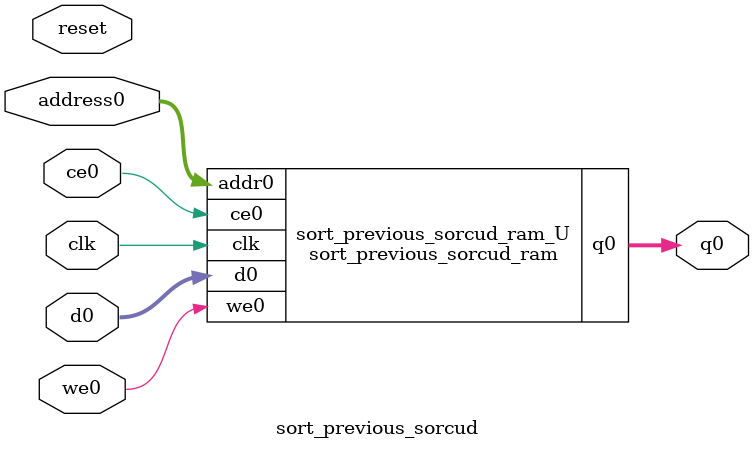
<source format=v>
`timescale 1 ns / 1 ps
module sort_previous_sorcud_ram (addr0, ce0, d0, we0, q0,  clk);

parameter DWIDTH = 32;
parameter AWIDTH = 8;
parameter MEM_SIZE = 256;

input[AWIDTH-1:0] addr0;
input ce0;
input[DWIDTH-1:0] d0;
input we0;
output reg[DWIDTH-1:0] q0;
input clk;

(* ram_style = "block" *)reg [DWIDTH-1:0] ram[0:MEM_SIZE-1];




always @(posedge clk)  
begin 
    if (ce0) begin
        if (we0) 
            ram[addr0] <= d0; 
        q0 <= ram[addr0];
    end
end


endmodule

`timescale 1 ns / 1 ps
module sort_previous_sorcud(
    reset,
    clk,
    address0,
    ce0,
    we0,
    d0,
    q0);

parameter DataWidth = 32'd32;
parameter AddressRange = 32'd256;
parameter AddressWidth = 32'd8;
input reset;
input clk;
input[AddressWidth - 1:0] address0;
input ce0;
input we0;
input[DataWidth - 1:0] d0;
output[DataWidth - 1:0] q0;



sort_previous_sorcud_ram sort_previous_sorcud_ram_U(
    .clk( clk ),
    .addr0( address0 ),
    .ce0( ce0 ),
    .we0( we0 ),
    .d0( d0 ),
    .q0( q0 ));

endmodule


</source>
